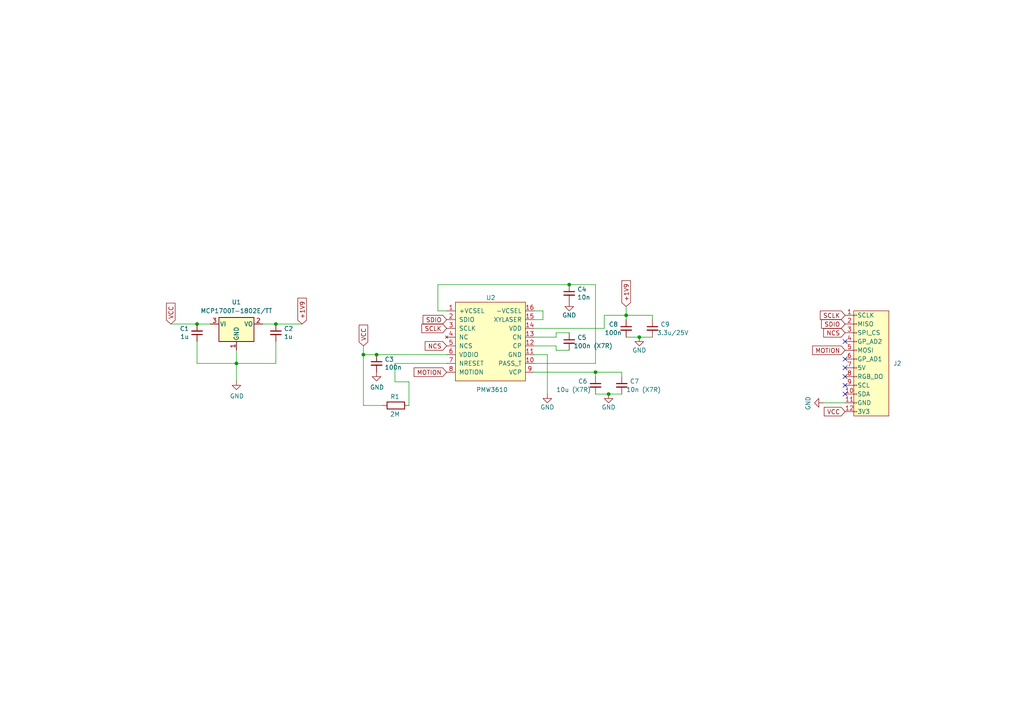
<source format=kicad_sch>
(kicad_sch (version 20231120) (generator "eeschema") (generator_version "8.0")
  (paper "A4")
  (lib_symbols
    (symbol "Device:C_Small" (pin_numbers hide) (pin_names (offset 0.254) hide)
      (property "Reference" "C" (at 0.254 1.778 0))
      (property "Value" "C_Small" (at 0.254 -2.032 0))
      (symbol "C_Small_0_1"
        (polyline (pts (xy -1.524 -0.508) (xy 1.524 -0.508)) (stroke (width 0.3302)))
        (polyline (pts (xy -1.524 0.508) (xy 1.524 0.508)) (stroke (width 0.3048)))
      )
      (symbol "C_Small_1_1"
        (pin passive line (at 0 2.54 270) (length 2.032) (name "~") (number "1"))
        (pin passive line (at 0 -2.54 90) (length 2.032) (name "~") (number "2"))
      )
    )
    (symbol "Device:R" (pin_numbers hide) (pin_names (offset 0))
      (property "Reference" "R" (at 2.032 0 90))
      (property "Value" "R" (at 0 0 90))
      (symbol "R_0_1"
        (rectangle (start -1.016 -2.54) (end 1.016 2.54) (stroke (width 0.254)))
      )
      (symbol "R_1_1"
        (pin passive line (at 0 3.81 270) (length 1.27) (name "~") (number "1"))
        (pin passive line (at 0 -3.81 90) (length 1.27) (name "~") (number "2"))
      )
    )
    (symbol "Regulator_Linear:MCP1700x-180xxTT" (pin_names (offset 0.254))
      (property "Reference" "U" (at -3.81 3.175 0))
      (property "Value" "MCP1700x-180xxTT" (at 0 3.175 0))
      (symbol "MCP1700x-180xxTT_0_1"
        (rectangle (start -5.08 1.905) (end 5.08 -5.08) (stroke (width 0.254)) (fill (type background)))
      )
      (symbol "MCP1700x-180xxTT_1_1"
        (pin power_in line (at 0 -7.62 90) (length 2.54) (name "GND") (number "1"))
        (pin power_out line (at 7.62 0 180) (length 2.54) (name "VO") (number "2"))
        (pin power_in line (at -7.62 0 0) (length 2.54) (name "VI") (number "3"))
      )
    )
    (symbol "mysymbol:PMW3610" (pin_names (offset 1.016))
      (property "Reference" "U2" (at -1.27 13.97 0))
      (property "Value" "PMW3610" (at 5.08 -12.7 0))
      (symbol "PMW3610_0_0"
        (pin input line (at -12.7 10.16 0) (length 2.54) (name "+VCSEL") (number "1"))
        (pin unspecified line (at 12.7 -5.08 180) (length 2.54) (name "PASS_T") (number "10"))
        (pin input line (at 12.7 -2.54 180) (length 2.54) (name "GND") (number "11"))
        (pin unspecified line (at 12.7 0 180) (length 2.54) (name "CP") (number "12"))
        (pin unspecified line (at 12.7 2.54 180) (length 2.54) (name "CN") (number "13"))
        (pin power_in line (at 12.7 5.08 180) (length 2.54) (name "VDD") (number "14"))
        (pin input line (at 12.7 7.62 180) (length 2.54) (name "XYLASER") (number "15"))
        (pin unspecified line (at 12.7 10.16 180) (length 2.54) (name "-VCSEL") (number "16"))
        (pin bidirectional line (at -12.7 7.62 0) (length 2.54) (name "SDIO") (number "2"))
        (pin input line (at -12.7 5.08 0) (length 2.54) (name "SCLK") (number "3"))
        (pin no_connect line (at -12.7 2.54 0) (length 2.54) (name "NC") (number "4"))
        (pin input line (at -12.7 0 0) (length 2.54) (name "NCS") (number "5"))
        (pin input line (at -12.7 -2.54 0) (length 2.54) (name "VDDIO") (number "6"))
        (pin input line (at -12.7 -5.08 0) (length 2.54) (name "NRESET") (number "7"))
        (pin output line (at -12.7 -7.62 0) (length 2.54) (name "MOTION") (number "8"))
        (pin unspecified line (at 12.7 -7.62 180) (length 2.54) (name "VCP") (number "9"))
      )
      (symbol "PMW3610_0_1"
        (rectangle (start -10.16 12.7) (end 10.16 -10.16) (fill (type background)))
      )
    )
    (symbol "power:GND" (power) (pin_names (offset 0))
      (property "Value" "GND" (at 0 -3.81 0))
      (symbol "GND_0_1"
        (polyline (pts (xy 0 0) (xy 0 -1.27) (xy 1.27 -1.27) (xy 0 -2.54) (xy -1.27 -1.27) (xy 0 -1.27)))
      )
      (symbol "GND_1_1"
        (pin power_in line (at 0 0 270) (length 0) hide (name "GND") (number "1"))
      )
    )
    (symbol "vik:vik-module-connector" (pin_names (offset 1))
      (property "Reference" "J" (at 0 15.875 0))
      (symbol "vik-module-connector_1_1"
        (rectangle (start -5.08 13.97) (end 5.08 -16.51) (fill (type background)))
        (rectangle (start -5.0546 -15.113) (end -4.191 -15.367) (stroke (width 0.1)))
        (rectangle (start -5.0546 -12.573) (end -4.191 -12.827) (stroke (width 0.1)))
        (rectangle (start -5.0546 -10.033) (end -4.191 -10.287) (stroke (width 0.1)))
        (rectangle (start -5.0546 -7.493) (end -4.191 -7.747) (stroke (width 0.1)))
        (rectangle (start -5.0546 -4.953) (end -4.191 -5.207) (stroke (width 0.1)))
        (rectangle (start -5.0546 -2.413) (end -4.191 -2.667) (stroke (width 0.1)))
        (rectangle (start -5.0546 0.127) (end -4.191 -0.127) (stroke (width 0.1)))
        (rectangle (start -5.0546 2.667) (end -4.191 2.413) (stroke (width 0.1)))
        (rectangle (start -5.0546 5.207) (end -4.191 4.953) (stroke (width 0.1)))
        (rectangle (start -5.0546 7.747) (end -4.191 7.493) (stroke (width 0.1)))
        (rectangle (start -5.0546 10.287) (end -4.191 10.033) (stroke (width 0.1)))
        (rectangle (start -5.0546 12.827) (end -4.191 12.573) (stroke (width 0.1)))
        (pin output line (at -7.62 12.7 0) (length 2.54) (name "SCLK") (number "1"))
        (pin bidirectional line (at -7.62 -10.16 0) (length 2.54) (name "SDA") (number "10"))
        (pin power_out line (at -7.62 -12.7 0) (length 2.54) (name "GND") (number "11"))
        (pin power_out line (at -7.62 -15.24 0) (length 2.54) (name "3V3") (number "12"))
        (pin tri_state line (at -7.62 10.16 0) (length 2.54) (name "MISO") (number "2"))
        (pin output line (at -7.62 7.62 0) (length 2.54) (name "SPI_CS") (number "3"))
        (pin bidirectional line (at -7.62 5.08 0) (length 2.54) (name "GP_AD2") (number "4"))
        (pin output line (at -7.62 2.54 0) (length 2.54) (name "MOSI") (number "5"))
        (pin bidirectional line (at -7.62 0 0) (length 2.54) (name "GP_AD1") (number "6"))
        (pin power_out line (at -7.62 -2.54 0) (length 2.54) (name "5V") (number "7"))
        (pin output line (at -7.62 -5.08 0) (length 2.54) (name "RGB_DO") (number "8"))
        (pin bidirectional line (at -7.62 -7.62 0) (length 2.54) (name "SCL") (number "9"))
      )
    )
  )
  (junction (at 181.61 91.44))
  (junction (at 176.53 114.3))
  (junction (at 105.41 102.87))
  (junction (at 185.42 97.79))
  (junction (at 57.15 93.98))
  (junction (at 172.72 107.95))
  (junction (at 165.1 82.55))
  (junction (at 80.01 93.98))
  (junction (at 109.22 102.87))
  (junction (at 68.58 105.41))
  (no_connect (at 245.11 99.06))
  (no_connect (at 245.11 109.22))
  (no_connect (at 245.11 114.3))
  (no_connect (at 245.11 111.76))
  (no_connect (at 245.11 106.68))
  (no_connect (at 245.11 104.14))
  (wire (pts (xy 57.15 99.06) (xy 57.15 105.41)))
  (wire (pts (xy 181.61 91.44) (xy 181.61 92.71)))
  (wire (pts (xy 172.72 105.41) (xy 172.72 82.55)))
  (wire (pts (xy 154.94 105.41) (xy 172.72 105.41)))
  (wire (pts (xy 68.58 101.6) (xy 68.58 105.41)))
  (wire (pts (xy 172.72 82.55) (xy 165.1 82.55)))
  (wire (pts (xy 114.554 110.744) (xy 114.554 105.41)))
  (wire (pts (xy 161.29 97.79) (xy 161.29 96.52)))
  (wire (pts (xy 154.94 102.87) (xy 158.75 102.87)))
  (wire (pts (xy 76.2 93.98) (xy 80.01 93.98)))
  (wire (pts (xy 172.72 114.3) (xy 176.53 114.3)))
  (wire (pts (xy 80.01 99.06) (xy 80.01 105.41)))
  (wire (pts (xy 238.76 116.84) (xy 245.11 116.84)))
  (wire (pts (xy 154.94 107.95) (xy 172.72 107.95)))
  (wire (pts (xy 57.15 105.41) (xy 68.58 105.41)))
  (wire (pts (xy 161.29 100.33) (xy 161.29 101.6)))
  (wire (pts (xy 80.01 105.41) (xy 68.58 105.41)))
  (wire (pts (xy 181.61 91.44) (xy 189.23 91.44)))
  (wire (pts (xy 118.618 110.744) (xy 118.618 117.602)))
  (wire (pts (xy 157.48 90.17) (xy 157.48 92.71)))
  (wire (pts (xy 110.998 117.602) (xy 105.41 117.602)))
  (wire (pts (xy 172.72 107.95) (xy 172.72 109.22)))
  (wire (pts (xy 118.618 110.744) (xy 114.554 110.744)))
  (wire (pts (xy 57.15 93.98) (xy 60.96 93.98)))
  (wire (pts (xy 154.94 90.17) (xy 157.48 90.17)))
  (wire (pts (xy 114.554 105.41) (xy 129.54 105.41)))
  (wire (pts (xy 105.41 100.33) (xy 105.41 102.87)))
  (wire (pts (xy 176.53 114.3) (xy 180.34 114.3)))
  (wire (pts (xy 181.61 97.79) (xy 185.42 97.79)))
  (wire (pts (xy 175.26 95.25) (xy 175.26 91.44)))
  (wire (pts (xy 181.61 88.9) (xy 181.61 91.44)))
  (wire (pts (xy 87.63 93.98) (xy 80.01 93.98)))
  (wire (pts (xy 154.94 97.79) (xy 161.29 97.79)))
  (wire (pts (xy 180.34 107.95) (xy 180.34 109.22)))
  (wire (pts (xy 105.41 102.87) (xy 109.22 102.87)))
  (wire (pts (xy 127 90.17) (xy 129.54 90.17)))
  (wire (pts (xy 189.23 91.44) (xy 189.23 92.71)))
  (wire (pts (xy 154.94 95.25) (xy 175.26 95.25)))
  (wire (pts (xy 161.29 96.52) (xy 165.1 96.52)))
  (wire (pts (xy 172.72 107.95) (xy 180.34 107.95)))
  (wire (pts (xy 154.94 92.71) (xy 157.48 92.71)))
  (wire (pts (xy 175.26 91.44) (xy 181.61 91.44)))
  (wire (pts (xy 68.58 105.41) (xy 68.58 110.49)))
  (wire (pts (xy 165.1 82.55) (xy 127 82.55)))
  (wire (pts (xy 158.75 102.87) (xy 158.75 114.3)))
  (wire (pts (xy 105.41 102.87) (xy 105.41 117.602)))
  (wire (pts (xy 185.42 97.79) (xy 189.23 97.79)))
  (wire (pts (xy 127 82.55) (xy 127 90.17)))
  (wire (pts (xy 161.29 101.6) (xy 165.1 101.6)))
  (wire (pts (xy 154.94 100.33) (xy 161.29 100.33)))
  (wire (pts (xy 109.22 102.87) (xy 129.54 102.87)))
  (wire (pts (xy 49.53 93.98) (xy 57.15 93.98)))
  (global_label "NCS" (shape input) (at 129.54 100.33 180) (property "Intersheetrefs" "${INTERSHEET_REFS}" (effects (hide yes))))
  (global_label "MOTION" (shape input) (at 245.11 101.6 180) (property "Intersheetrefs" "${INTERSHEET_REFS}" (effects (hide yes))))
  (global_label "+1V9" (shape input) (at 181.61 88.9 90) (property "Intersheetrefs" "${INTERSHEET_REFS}" (effects (hide yes))))
  (global_label "+1V9" (shape input) (at 87.63 93.98 90) (property "Intersheetrefs" "${INTERSHEET_REFS}" (effects (hide yes))))
  (global_label "VCC" (shape input) (at 105.41 100.33 90) (property "Intersheetrefs" "${INTERSHEET_REFS}" (effects (hide yes))))
  (global_label "NCS" (shape input) (at 245.11 96.52 180) (property "Intersheetrefs" "${INTERSHEET_REFS}" (effects (hide yes))))
  (global_label "VCC" (shape input) (at 49.53 93.98 90) (property "Intersheetrefs" "${INTERSHEET_REFS}" (effects (hide yes))))
  (global_label "SCLK" (shape input) (at 245.11 91.44 180) (property "Intersheetrefs" "${INTERSHEET_REFS}" (effects (hide yes))))
  (global_label "SDIO" (shape input) (at 129.54 92.71 180) (property "Intersheetrefs" "${INTERSHEET_REFS}" (effects (hide yes))))
  (global_label "MOTION" (shape input) (at 129.54 107.95 180) (property "Intersheetrefs" "${INTERSHEET_REFS}" (effects (hide yes))))
  (global_label "SDIO" (shape input) (at 245.11 93.98 180) (property "Intersheetrefs" "${INTERSHEET_REFS}" (effects (hide yes))))
  (global_label "VCC" (shape input) (at 245.11 119.38 180) (property "Intersheetrefs" "${INTERSHEET_REFS}" (effects (hide yes))))
  (global_label "SCLK" (shape input) (at 129.54 95.25 180) (property "Intersheetrefs" "${INTERSHEET_REFS}" (effects (hide yes))))
  (symbol (lib_id "power:GND") (at 158.75 114.3 0) (unit 1)
    (property "Reference" "#PWR03" (effects (hide yes)))
    (property "Value" "GND" (at 158.75 118.11 0))
  )
  (symbol (lib_id "power:GND") (at 109.22 107.95 0) (unit 1)
    (property "Reference" "#PWR02" (effects (hide yes)))
    (property "Value" "GND" (at 109.347 112.3442 0))
  )
  (symbol (lib_id "mysymbol:PMW3610") (at 142.24 100.33 0) (unit 1)
    (property "Reference" "U2" (at 140.97 86.36 0) (effects (justify left)))
    (property "Value" "PMW3610" (at 147.32 113.03 0) (effects (justify right)))
    (property "Footprint" "roBa:PMW3610DM-SUDU 16Pin" (effects (hide yes)))
  )
  (symbol (lib_id "Device:C_Small") (at 80.01 96.52 0) (unit 1)
    (property "Reference" "C2" (at 82.3468 95.3516 0) (effects (justify left)))
    (property "Value" "1u" (at 82.3468 97.663 0) (effects (justify left)))
    (property "Footprint" "roBa:C_0603_1608Metric" (effects (hide yes)))
    (property "LCSC" "C15849" (effects (hide yes)))
  )
  (symbol (lib_id "Regulator_Linear:MCP1700x-180xxTT") (at 68.58 93.98 0) (unit 1)
    (property "Reference" "U1" (at 68.58 87.63 0))
    (property "Value" "MCP1700T-1802E/TT" (at 68.58 90.17 0))
    (property "Footprint" "roBa:SOT-23" (effects (hide yes)))
    (property "Datasheet" "http://ww1.microchip.com/downloads/en/DeviceDoc/20001826D.pdf" (effects (hide yes)))
    (property "Description" "250mA Low Quiscent Current LDO, 1.8V output, SOT-23" (effects (hide yes)))
  )
  (symbol (lib_id "power:GND") (at 238.76 116.84 270) (unit 1)
    (property "Reference" "#PWR07" (effects (hide yes)))
    (property "Value" "GND" (at 234.3658 116.967 0))
  )
  (symbol (lib_id "Device:C_Small") (at 109.22 105.41 0) (unit 1)
    (property "Reference" "C3" (at 111.5568 104.2416 0) (effects (justify left)))
    (property "Value" "100n" (at 111.5568 106.553 0) (effects (justify left)))
    (property "Footprint" "roBa:C_0603_1608Metric" (effects (hide yes)))
    (property "LCSC" "C19666" (effects (hide yes)))
  )
  (symbol (lib_id "Device:C_Small") (at 181.61 95.25 0) (mirror y) (unit 1)
    (property "Reference" "C8" (at 179.2732 94.0816 0) (effects (justify left)))
    (property "Value" "100n" (at 180.34 96.52 0) (effects (justify left)))
    (property "Footprint" "roBa:C_0603_1608Metric" (effects (hide yes)))
    (property "LCSC" "C19666" (effects (hide yes)))
  )
  (symbol (lib_id "Device:C_Small") (at 165.1 85.09 0) (unit 1)
    (property "Reference" "C4" (at 167.4368 83.9216 0) (effects (justify left)))
    (property "Value" "10n" (at 167.4368 86.233 0) (effects (justify left)))
    (property "Footprint" "roBa:C_0603_1608Metric" (effects (hide yes)))
    (property "LCSC" "C19666" (effects (hide yes)))
  )
  (symbol (lib_id "Device:C_Small") (at 165.1 99.06 0) (unit 1)
    (property "Reference" "C5" (at 167.4368 97.8916 0) (effects (justify left)))
    (property "Value" "100n (X7R)" (at 166.37 100.33 0) (effects (justify left)))
    (property "Footprint" "roBa:C_0603_1608Metric" (effects (hide yes)))
    (property "LCSC" "C19666" (effects (hide yes)))
  )
  (symbol (lib_id "Device:C_Small") (at 57.15 96.52 0) (mirror x) (unit 1)
    (property "Reference" "C1" (at 54.8386 95.3516 0) (effects (justify right)))
    (property "Value" "1u" (at 54.8386 97.663 0) (effects (justify right)))
    (property "Footprint" "roBa:C_0603_1608Metric" (effects (hide yes)))
    (property "LCSC" "C14663" (effects (hide yes)))
  )
  (symbol (lib_id "power:GND") (at 185.42 97.79 0) (unit 1)
    (property "Reference" "#PWR06" (effects (hide yes)))
    (property "Value" "GND" (at 185.42 101.6 0))
  )
  (symbol (lib_id "power:GND") (at 68.58 110.49 0) (unit 1)
    (property "Reference" "#PWR01" (effects (hide yes)))
    (property "Value" "GND" (at 68.707 114.8842 0))
  )
  (symbol (lib_id "Device:R") (at 114.808 117.602 270) (unit 1)
    (property "Reference" "R1" (at 114.554 115.062 90))
    (property "Value" "2M" (at 114.554 120.142 90))
    (property "Footprint" "roBa:R_0603_1608Metric" (effects (hide yes)))
  )
  (symbol (lib_id "Device:C_Small") (at 180.34 111.76 0) (unit 1)
    (property "Reference" "C7" (at 182.6768 110.5916 0) (effects (justify left)))
    (property "Value" "10n (X7R)" (at 181.61 113.03 0) (effects (justify left)))
    (property "Footprint" "roBa:C_0603_1608Metric" (effects (hide yes)))
    (property "LCSC" "C19666" (effects (hide yes)))
  )
  (symbol (lib_id "Device:C_Small") (at 189.23 95.25 0) (unit 1)
    (property "Reference" "C9" (at 191.5668 94.0816 0) (effects (justify left)))
    (property "Value" "3.3u/25V" (at 190.5 96.52 0) (effects (justify left)))
    (property "Footprint" "roBa:C_0603_1608Metric" (effects (hide yes)))
    (property "LCSC" "C19666" (effects (hide yes)))
  )
  (symbol (lib_id "Device:C_Small") (at 172.72 111.76 0) (mirror y) (unit 1)
    (property "Reference" "C6" (at 170.3832 110.5916 0) (effects (justify left)))
    (property "Value" "10u (X7R)" (at 171.45 113.03 0) (effects (justify left)))
    (property "Footprint" "roBa:C_0603_1608Metric" (effects (hide yes)))
    (property "LCSC" "C19666" (effects (hide yes)))
  )
  (symbol (lib_id "power:GND") (at 176.53 114.3 0) (unit 1)
    (property "Reference" "#PWR05" (effects (hide yes)))
    (property "Value" "GND" (at 176.53 118.11 0))
  )
  (symbol (lib_id "power:GND") (at 165.1 87.63 0) (unit 1)
    (property "Reference" "#PWR04" (effects (hide yes)))
    (property "Value" "GND" (at 165.1 91.44 0))
  )
  (symbol (lib_id "vik:vik-module-connector") (at 252.73 104.14 0) (unit 1)
    (property "Reference" "J2" (at 259.08 105.4099 0) (effects (justify left)))
    (property "Value" "vik-module-connector" (effects (hide yes)))
    (property "Footprint" "vik:vik-module-connector-vertical" (effects (hide yes)))
  )
)
</source>
